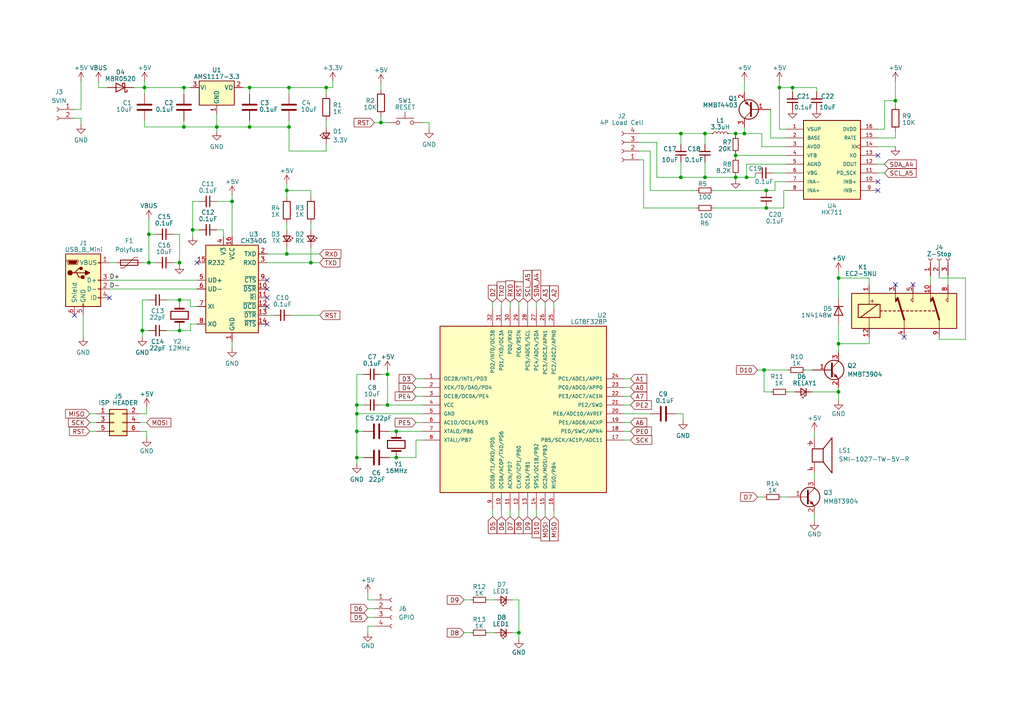
<source format=kicad_sch>
(kicad_sch (version 20211123) (generator eeschema)
  (paper "A4")
  (lib_symbols
    (symbol "Connector:Conn_01x02_Female" (pin_names (offset 1.016) hide)
      (property "Reference" "J" (at 0 2.54 0))
      (property "Value" "Conn_01x02_Female" (at 0 -5.08 0))
      (symbol "Conn_01x02_Female_1_1"
        (pin passive line (at -5.08 0 0) (length 3.81) (name "Pin_1") (number "1"))
        (pin passive line (at -5.08 -2.54 0) (length 3.81) (name "Pin_2") (number "2"))
      )
    )
    (symbol "Connector:Conn_01x03_Female" (pin_names (offset 1.016) hide)
      (property "Reference" "J" (at 0 5.08 0))
      (property "Value" "Conn_01x03_Female" (at 0 -5.08 0))
      (symbol "Conn_01x03_Female_1_1"
        (pin passive line (at -5.08 2.54 0) (length 3.81) (name "Pin_1") (number "1"))
        (pin passive line (at -5.08 0 0) (length 3.81) (name "Pin_2") (number "2"))
        (pin passive line (at -5.08 -2.54 0) (length 3.81) (name "Pin_3") (number "3"))
      )
    )
    (symbol "Connector:Conn_01x04_Female" (pin_names (offset 1.016) hide)
      (property "Reference" "J" (at 0 5.08 0))
      (property "Value" "Conn_01x04_Female" (at 0 -7.62 0))
      (symbol "Conn_01x04_Female_1_1"
        (pin passive line (at -5.08 2.54 0) (length 3.81) (name "Pin_1") (number "1"))
        (pin passive line (at -5.08 0 0) (length 3.81) (name "Pin_2") (number "2"))
        (pin passive line (at -5.08 -2.54 0) (length 3.81) (name "Pin_3") (number "3"))
        (pin passive line (at -5.08 -5.08 0) (length 3.81) (name "Pin_4") (number "4"))
      )
    )
    (symbol "Connector:USB_B_Mini" (pin_names (offset 1.016))
      (property "Reference" "J" (at -5.08 11.43 0))
      (property "Value" "USB_B_Mini" (at -5.08 8.89 0))
      (symbol "USB_B_Mini_1_1"
        (pin power_out line (at 7.62 5.08 180) (length 2.54) (name "VBUS") (number "1"))
        (pin bidirectional line (at 7.62 -2.54 180) (length 2.54) (name "D-") (number "2"))
        (pin bidirectional line (at 7.62 0 180) (length 2.54) (name "D+") (number "3"))
        (pin passive line (at 7.62 -5.08 180) (length 2.54) (name "ID") (number "4"))
        (pin power_out line (at 0 -10.16 90) (length 2.54) (name "GND") (number "5"))
        (pin passive line (at -2.54 -10.16 90) (length 2.54) (name "Shield") (number "6"))
      )
    )
    (symbol "Connector_Generic:Conn_02x03_Odd_Even" (pin_names (offset 1.016) hide)
      (property "Reference" "J" (at 1.27 5.08 0))
      (property "Value" "Conn_02x03_Odd_Even" (at 1.27 -5.08 0))
      (symbol "Conn_02x03_Odd_Even_1_1"
        (pin passive line (at -5.08 2.54 0) (length 3.81) (name "Pin_1") (number "1"))
        (pin passive line (at 7.62 2.54 180) (length 3.81) (name "Pin_2") (number "2"))
        (pin passive line (at -5.08 0 0) (length 3.81) (name "Pin_3") (number "3"))
        (pin passive line (at 7.62 0 180) (length 3.81) (name "Pin_4") (number "4"))
        (pin passive line (at -5.08 -2.54 0) (length 3.81) (name "Pin_5") (number "5"))
        (pin passive line (at 7.62 -2.54 180) (length 3.81) (name "Pin_6") (number "6"))
      )
    )
    (symbol "Device:C" (pin_numbers hide) (pin_names (offset 0.254))
      (property "Reference" "C" (at 0.635 2.54 0))
      (property "Value" "C" (at 0.635 -2.54 0))
      (symbol "C_1_1"
        (pin passive line (at 0 3.81 270) (length 2.794) (name "~") (number "1"))
        (pin passive line (at 0 -3.81 90) (length 2.794) (name "~") (number "2"))
      )
    )
    (symbol "Device:C_Small" (pin_numbers hide) (pin_names (offset 0.254) hide)
      (property "Reference" "C" (at 0.254 1.778 0))
      (property "Value" "C_Small" (at 0.254 -2.032 0))
      (symbol "C_Small_1_1"
        (pin passive line (at 0 2.54 270) (length 2.032) (name "~") (number "1"))
        (pin passive line (at 0 -2.54 90) (length 2.032) (name "~") (number "2"))
      )
    )
    (symbol "Device:Crystal" (pin_numbers hide) (pin_names (offset 1.016) hide)
      (property "Reference" "Y" (at 0 3.81 0))
      (property "Value" "Crystal" (at 0 -3.81 0))
      (symbol "Crystal_1_1"
        (pin passive line (at -3.81 0 0) (length 1.27) (name "1") (number "1"))
        (pin passive line (at 3.81 0 180) (length 1.27) (name "2") (number "2"))
      )
    )
    (symbol "Device:LED_Small" (pin_numbers hide) (pin_names (offset 0.254) hide)
      (property "Reference" "D" (at -1.27 3.175 0))
      (property "Value" "LED_Small" (at -4.445 -2.54 0))
      (symbol "LED_Small_1_1"
        (pin passive line (at -2.54 0 0) (length 1.778) (name "K") (number "1"))
        (pin passive line (at 2.54 0 180) (length 1.778) (name "A") (number "2"))
      )
    )
    (symbol "Device:L_Small" (pin_numbers hide) (pin_names (offset 0.254) hide)
      (property "Reference" "L" (at 0.762 1.016 0))
      (property "Value" "L_Small" (at 0.762 -1.016 0))
      (symbol "L_Small_1_1"
        (pin passive line (at 0 2.54 270) (length 0.508) (name "~") (number "1"))
        (pin passive line (at 0 -2.54 90) (length 0.508) (name "~") (number "2"))
      )
    )
    (symbol "Device:Polyfuse" (pin_numbers hide) (pin_names (offset 0))
      (property "Reference" "F" (at -2.54 0 90))
      (property "Value" "Polyfuse" (at 2.54 0 90))
      (symbol "Polyfuse_1_1"
        (pin passive line (at 0 3.81 270) (length 1.27) (name "~") (number "1"))
        (pin passive line (at 0 -3.81 90) (length 1.27) (name "~") (number "2"))
      )
    )
    (symbol "Device:R" (pin_numbers hide) (pin_names (offset 0))
      (property "Reference" "R" (at 2.032 0 90))
      (property "Value" "R" (at 0 0 90))
      (symbol "R_1_1"
        (pin passive line (at 0 3.81 270) (length 1.27) (name "~") (number "1"))
        (pin passive line (at 0 -3.81 90) (length 1.27) (name "~") (number "2"))
      )
    )
    (symbol "Device:R_Small" (pin_numbers hide) (pin_names (offset 0.254) hide)
      (property "Reference" "R" (at 0.762 0.508 0))
      (property "Value" "R_Small" (at 0.762 -1.016 0))
      (symbol "R_Small_1_1"
        (pin passive line (at 0 2.54 270) (length 0.762) (name "~") (number "1"))
        (pin passive line (at 0 -2.54 90) (length 0.762) (name "~") (number "2"))
      )
    )
    (symbol "Diode:1N4148W" (pin_numbers hide) (pin_names hide)
      (property "Reference" "D" (at 0 2.54 0))
      (property "Value" "1N4148W" (at 0 -2.54 0))
      (symbol "1N4148W_1_1"
        (pin passive line (at -3.81 0 0) (length 2.54) (name "K") (number "1"))
        (pin passive line (at 3.81 0 180) (length 2.54) (name "A") (number "2"))
      )
    )
    (symbol "Diode:MBR0520" (pin_numbers hide) (pin_names (offset 1.016) hide)
      (property "Reference" "D" (at 0 2.54 0))
      (property "Value" "MBR0520" (at 0 -2.54 0))
      (symbol "MBR0520_1_1"
        (pin passive line (at -3.81 0 0) (length 2.54) (name "K") (number "1"))
        (pin passive line (at 3.81 0 180) (length 2.54) (name "A") (number "2"))
      )
    )
    (symbol "HX711:HX711" (pin_names (offset 1.016))
      (property "Reference" "U?" (at 8.255 26.035 0))
      (property "Value" "HX711" (at 8.255 24.13 0))
      (symbol "HX711_0_0"
        (pin power_in line (at -5.08 20.32 0) (length 5.08) (name "VSUP") (number "1"))
        (pin input line (at 21.59 5.08 180) (length 5.08) (name "INB+") (number "10"))
        (pin input line (at 21.59 7.62 180) (length 5.08) (name "PD_SCK") (number "11"))
        (pin output line (at 21.59 10.16 180) (length 5.08) (name "DOUT") (number "12"))
        (pin output line (at 21.59 12.7 180) (length 5.08) (name "XO") (number "13"))
        (pin input clock (at 21.59 15.24 180) (length 5.08) (name "XI") (number "14"))
        (pin input line (at 21.59 17.78 180) (length 5.08) (name "RATE") (number "15"))
        (pin power_in line (at 21.59 20.32 180) (length 5.08) (name "DVDD") (number "16"))
        (pin output line (at -5.08 17.78 0) (length 5.08) (name "BASE") (number "2"))
        (pin power_in line (at -5.08 15.24 0) (length 5.08) (name "AVDD") (number "3"))
        (pin input line (at -5.08 12.7 0) (length 5.08) (name "VFB") (number "4"))
        (pin power_in line (at -5.08 10.16 0) (length 5.08) (name "AGND") (number "5"))
        (pin output line (at -5.08 7.62 0) (length 5.08) (name "VBG") (number "6"))
        (pin input line (at -5.08 5.08 0) (length 5.08) (name "INA-") (number "7"))
        (pin input line (at -5.08 2.54 0) (length 5.08) (name "INA+") (number "8"))
        (pin input line (at 21.59 2.54 180) (length 5.08) (name "INB-") (number "9"))
      )
    )
    (symbol "Interface_USB:CH340G"
      (property "Reference" "U" (at -5.08 13.97 0))
      (property "Value" "CH340G" (at 1.27 13.97 0))
      (symbol "CH340G_1_1"
        (pin power_in line (at 0 -15.24 90) (length 2.54) (name "GND") (number "1"))
        (pin input line (at 10.16 0 180) (length 2.54) (name "~{DSR}") (number "10"))
        (pin input line (at 10.16 -2.54 180) (length 2.54) (name "~{RI}") (number "11"))
        (pin input line (at 10.16 -5.08 180) (length 2.54) (name "~{DCD}") (number "12"))
        (pin output line (at 10.16 -7.62 180) (length 2.54) (name "~{DTR}") (number "13"))
        (pin output line (at 10.16 -10.16 180) (length 2.54) (name "~{RTS}") (number "14"))
        (pin input line (at -10.16 7.62 0) (length 2.54) (name "R232") (number "15"))
        (pin power_in line (at 0 15.24 270) (length 2.54) (name "VCC") (number "16"))
        (pin output line (at 10.16 10.16 180) (length 2.54) (name "TXD") (number "2"))
        (pin input line (at 10.16 7.62 180) (length 2.54) (name "RXD") (number "3"))
        (pin passive line (at -2.54 15.24 270) (length 2.54) (name "V3") (number "4"))
        (pin bidirectional line (at -10.16 2.54 0) (length 2.54) (name "UD+") (number "5"))
        (pin bidirectional line (at -10.16 0 0) (length 2.54) (name "UD-") (number "6"))
        (pin input line (at -10.16 -5.08 0) (length 2.54) (name "XI") (number "7"))
        (pin output line (at -10.16 -10.16 0) (length 2.54) (name "XO") (number "8"))
        (pin input line (at 10.16 2.54 180) (length 2.54) (name "~{CTS}") (number "9"))
      )
    )
    (symbol "LGT8F328P:LGT8F328P" (pin_names (offset 1.016))
      (property "Reference" "U?" (at 54.61 39.3194 0))
      (property "Value" "LGT8F328P" (at 54.61 36.7794 0))
      (symbol "LGT8F328P_0_0"
        (pin bidirectional line (at -5.08 33.02 0) (length 5.08) (name "OC2B/INT1/PD3") (number "1"))
        (pin bidirectional line (at 17.78 -5.08 90) (length 5.08) (name "OC0A/AC0P/TXD/PD6") (number "10"))
        (pin bidirectional line (at 20.32 -5.08 90) (length 5.08) (name "ACXN/PD7") (number "11"))
        (pin bidirectional line (at 22.86 -5.08 90) (length 5.08) (name "CLKO/ICP1/PB0") (number "12"))
        (pin bidirectional line (at 25.4 -5.08 90) (length 5.08) (name "OC1A/PB1") (number "13"))
        (pin bidirectional line (at 27.94 -5.08 90) (length 5.08) (name "SPSS/OC1B/PB2") (number "14"))
        (pin bidirectional line (at 30.48 -5.08 90) (length 5.08) (name "OC2A/MOSI/PB3") (number "15"))
        (pin bidirectional line (at 33.02 -5.08 90) (length 5.08) (name "MISO/PB4") (number "16"))
        (pin bidirectional line (at 53.34 15.24 180) (length 5.08) (name "PB5/SCK/AC1P/ADC11") (number "17"))
        (pin bidirectional line (at 53.34 17.78 180) (length 5.08) (name "PE0/SWC/APN4") (number "18"))
        (pin bidirectional line (at 53.34 20.32 180) (length 5.08) (name "PE1/ADC6/ACXP") (number "19"))
        (pin bidirectional line (at -5.08 30.48 0) (length 5.08) (name "XCK/T0/DAO/PD4") (number "2"))
        (pin bidirectional line (at 53.34 22.86 180) (length 5.08) (name "PE6/ADC10/AVREF") (number "20"))
        (pin bidirectional line (at 53.34 25.4 180) (length 5.08) (name "PE2/SWD") (number "21"))
        (pin bidirectional line (at 53.34 27.94 180) (length 5.08) (name "PE3/ADC7/AC1N") (number "22"))
        (pin bidirectional line (at 53.34 30.48 180) (length 5.08) (name "PC0/ADC0/APP0") (number "23"))
        (pin bidirectional line (at 53.34 33.02 180) (length 5.08) (name "PC1/ADC1/APP1") (number "24"))
        (pin bidirectional line (at 33.02 53.34 270) (length 5.08) (name "PC2/ADC2/APN0") (number "25"))
        (pin bidirectional line (at 30.48 53.34 270) (length 5.08) (name "PC3/ADC3/APN1") (number "26"))
        (pin bidirectional line (at 27.94 53.34 270) (length 5.08) (name "PC4/ADC4/SDA") (number "27"))
        (pin bidirectional line (at 25.4 53.34 270) (length 5.08) (name "PC5/ADC5/SCL") (number "28"))
        (pin bidirectional line (at 22.86 53.34 270) (length 5.08) (name "PC6/RSTN") (number "29"))
        (pin bidirectional line (at -5.08 27.94 0) (length 5.08) (name "OC1B/OC0A/PE4") (number "3"))
        (pin bidirectional line (at 20.32 53.34 270) (length 5.08) (name "PD0/RXD") (number "30"))
        (pin bidirectional line (at 17.78 53.34 270) (length 5.08) (name "PD1/TXD/OC3A") (number "31"))
        (pin bidirectional line (at 15.24 53.34 270) (length 5.08) (name "PD2/INT0/OC3B") (number "32"))
        (pin power_in line (at -5.08 25.4 0) (length 5.08) (name "VCC") (number "4"))
        (pin power_in line (at -5.08 22.86 0) (length 5.08) (name "GND") (number "5"))
        (pin bidirectional line (at -5.08 20.32 0) (length 5.08) (name "AC1O/OC1A/PE5") (number "6"))
        (pin bidirectional line (at -5.08 17.78 0) (length 5.08) (name "XTALO/PB6") (number "7"))
        (pin bidirectional line (at -5.08 15.24 0) (length 5.08) (name "XTALI/PB7") (number "8"))
        (pin bidirectional line (at 15.24 -5.08 90) (length 5.08) (name "OC0B/T1/RXD/PD5") (number "9"))
      )
    )
    (symbol "Regulator_Linear:AMS1117-3.3" (pin_names (offset 0.254))
      (property "Reference" "U" (at -3.81 3.175 0))
      (property "Value" "AMS1117-3.3" (at 0 3.175 0))
      (symbol "AMS1117-3.3_1_1"
        (pin power_in line (at 0 -7.62 90) (length 2.54) (name "GND") (number "1"))
        (pin power_out line (at 7.62 0 180) (length 2.54) (name "VO") (number "2"))
        (pin power_in line (at -7.62 0 0) (length 2.54) (name "VI") (number "3"))
      )
    )
    (symbol "Relay:EC2-5NU"
      (property "Reference" "K" (at 15.24 8.89 0))
      (property "Value" "EC2-5NU" (at 19.05 6.35 0))
      (symbol "EC2-5NU_1_1"
        (text "+" (at -9.271 2.921 0) (effects (font (size 1.27 1.27))))
        (pin passive line (at -10.16 7.62 270) (length 2.54) (name "~") (number "1"))
        (pin passive line (at 7.62 7.62 270) (length 2.54) (name "~") (number "10"))
        (pin passive line (at -10.16 -7.62 90) (length 2.54) (name "~") (number "12"))
        (pin passive line (at -2.54 7.62 270) (length 2.54) (name "~") (number "3"))
        (pin passive line (at 0 -7.62 90) (length 2.54) (name "~") (number "4"))
        (pin passive line (at 2.54 7.62 270) (length 2.54) (name "~") (number "5"))
        (pin passive line (at 12.7 7.62 270) (length 2.54) (name "~") (number "8"))
        (pin passive line (at 10.16 -7.62 90) (length 2.54) (name "~") (number "9"))
      )
    )
    (symbol "SMI-1027-TW-5V-R:SMI-1027-TW-5V-R" (pin_names (offset 1.016))
      (property "Reference" "LS" (at -1.27 6.35 0))
      (property "Value" "SMI-1027-TW-5V-R" (at -1.27 -8.255 0))
      (symbol "SMI-1027-TW-5V-R_0_0"
        (text "+" (at -5.08 2.54 0) (effects (font (size 1.778 1.778)) (justify left bottom)))
        (text "-" (at -5.08 -5.08 0) (effects (font (size 1.778 1.778)) (justify left bottom)))
        (pin passive line (at -2.54 -5.08 90) (length 2.54) (name "~") (number "N"))
        (pin passive line (at -2.54 5.08 270) (length 2.54) (name "~") (number "P"))
      )
    )
    (symbol "Switch:SW_Push" (pin_numbers hide) (pin_names (offset 1.016) hide)
      (property "Reference" "SW" (at 1.27 2.54 0))
      (property "Value" "SW_Push" (at 0 -1.524 0))
      (symbol "SW_Push_0_1"
        (pin passive line (at -5.08 0 0) (length 2.54) (name "1") (number "1"))
        (pin passive line (at 5.08 0 180) (length 2.54) (name "2") (number "2"))
      )
    )
    (symbol "Transistor_BJT:MMBT3904" (pin_names (offset 0) hide)
      (property "Reference" "Q" (at 5.08 1.905 0))
      (property "Value" "MMBT3904" (at 5.08 0 0))
      (symbol "MMBT3904_1_1"
        (pin input line (at -5.08 0 0) (length 5.715) (name "B") (number "1"))
        (pin passive line (at 2.54 -5.08 90) (length 2.54) (name "E") (number "2"))
        (pin passive line (at 2.54 5.08 270) (length 2.54) (name "C") (number "3"))
      )
    )
    (symbol "Transistor_BJT:MMBT3906" (pin_names (offset 0) hide)
      (property "Reference" "Q" (at 5.08 1.905 0))
      (property "Value" "MMBT3906" (at 5.08 0 0))
      (symbol "MMBT3906_1_1"
        (pin input line (at -5.08 0 0) (length 5.715) (name "B") (number "1"))
        (pin passive line (at 2.54 -5.08 90) (length 2.54) (name "E") (number "2"))
        (pin passive line (at 2.54 5.08 270) (length 2.54) (name "C") (number "3"))
      )
    )
    (symbol "power:+3.3V" (power) (pin_names (offset 0))
      (property "Value" "+3.3V" (at 0 3.556 0))
      (symbol "+3.3V_1_1"
        (pin power_in line (at 0 0 90) (length 0) hide (name "+3.3V") (number "1"))
      )
    )
    (symbol "power:+5V" (power) (pin_names (offset 0))
      (property "Value" "+5V" (at 0 3.556 0))
      (symbol "+5V_1_1"
        (pin power_in line (at 0 0 90) (length 0) hide (name "+5V") (number "1"))
      )
    )
    (symbol "power:GND" (power) (pin_names (offset 0))
      (property "Value" "GND" (at 0 -3.81 0))
      (symbol "GND_1_1"
        (pin power_in line (at 0 0 270) (length 0) hide (name "GND") (number "1"))
      )
    )
    (symbol "power:VBUS" (power) (pin_names (offset 0))
      (property "Value" "VBUS" (at 0 3.81 0))
      (symbol "VBUS_1_1"
        (pin power_in line (at 0 0 90) (length 0) hide (name "VBUS") (number "1"))
      )
    )
  )
  (junction (at 52.07 86.995))
  (junction (at 112.395 117.475))
  (junction (at 41.275 95.885))
  (junction (at 53.34 36.83))
  (junction (at 150.495 183.515))
  (junction (at 103.505 120.015))
  (junction (at 197.485 38.735))
  (junction (at 72.39 36.83))
  (junction (at 229.87 25.4))
  (junction (at 52.07 95.885))
  (junction (at 243.205 113.665))
  (junction (at 83.185 55.245))
  (junction (at 197.485 51.435))
  (junction (at 62.865 36.83))
  (junction (at 204.47 51.435))
  (junction (at 55.88 66.675))
  (junction (at 72.39 25.4))
  (junction (at 53.34 25.4))
  (junction (at 221.615 107.315))
  (junction (at 83.82 25.4))
  (junction (at 67.31 58.42))
  (junction (at 243.205 80.645))
  (junction (at 83.185 73.66))
  (junction (at 94.615 25.4))
  (junction (at 103.505 125.095))
  (junction (at 112.395 108.585))
  (junction (at 226.06 25.4))
  (junction (at 43.18 76.2))
  (junction (at 213.36 38.735))
  (junction (at 213.36 45.085))
  (junction (at 215.9 38.735))
  (junction (at 114.935 125.095))
  (junction (at 222.25 55.245))
  (junction (at 103.505 117.475))
  (junction (at 83.82 36.83))
  (junction (at 110.49 35.56))
  (junction (at 90.17 76.2))
  (junction (at 213.36 51.435))
  (junction (at 243.205 99.695))
  (junction (at 216.535 51.435))
  (junction (at 114.935 132.715))
  (junction (at 41.91 25.4))
  (junction (at 43.18 67.945))
  (junction (at 204.47 38.735))
  (junction (at 222.25 60.325))
  (junction (at 52.07 76.2))
  (junction (at 259.715 29.21))
  (junction (at 103.505 132.715))
  (no_connect (at 262.255 97.79))
  (no_connect (at 259.715 82.55))
  (no_connect (at 264.795 82.55))
  (no_connect (at 254.635 55.245))
  (no_connect (at 254.635 52.705))
  (no_connect (at 31.75 86.36))
  (no_connect (at 21.59 91.44))
  (no_connect (at 57.15 76.2))
  (no_connect (at 254.635 45.085))
  (no_connect (at 77.47 81.28))
  (no_connect (at 77.47 86.36))
  (no_connect (at 77.47 83.82))
  (no_connect (at 77.47 88.9))
  (no_connect (at 77.47 93.98))
  (wire (pts (xy 204.47 51.435) (xy 213.36 51.435)))
  (wire (pts (xy 45.085 67.945) (xy 43.18 67.945)))
  (wire (pts (xy 227.33 55.245) (xy 227.33 60.325)))
  (wire (pts (xy 259.715 38.1) (xy 259.715 40.005)))
  (wire (pts (xy 43.18 63.5) (xy 43.18 67.945)))
  (wire (pts (xy 55.245 86.995) (xy 52.07 86.995)))
  (wire (pts (xy 72.39 34.925) (xy 72.39 36.83)))
  (wire (pts (xy 72.39 36.83) (xy 62.865 36.83)))
  (wire (pts (xy 186.69 46.355) (xy 186.69 60.325)))
  (wire (pts (xy 274.955 80.01) (xy 274.955 82.55)))
  (wire (pts (xy 24.13 91.44) (xy 24.13 97.79)))
  (wire (pts (xy 55.245 88.9) (xy 55.245 86.995)))
  (wire (pts (xy 52.07 95.25) (xy 52.07 95.885)))
  (wire (pts (xy 180.975 125.095) (xy 182.88 125.095)))
  (wire (pts (xy 180.975 114.935) (xy 182.88 114.935)))
  (wire (pts (xy 254.635 50.165) (xy 256.54 50.165)))
  (wire (pts (xy 221.615 107.315) (xy 221.615 113.665)))
  (wire (pts (xy 243.205 112.395) (xy 243.205 113.665)))
  (wire (pts (xy 120.65 114.935) (xy 122.555 114.935)))
  (wire (pts (xy 77.47 73.66) (xy 83.185 73.66)))
  (wire (pts (xy 55.88 66.675) (xy 55.88 68.58)))
  (wire (pts (xy 145.415 147.955) (xy 145.415 149.86)))
  (wire (pts (xy 26.035 122.555) (xy 27.94 122.555)))
  (wire (pts (xy 124.46 35.56) (xy 124.46 37.465)))
  (wire (pts (xy 229.87 25.4) (xy 226.06 25.4)))
  (wire (pts (xy 243.205 99.695) (xy 243.205 102.235)))
  (wire (pts (xy 204.47 38.735) (xy 206.375 38.735)))
  (wire (pts (xy 160.655 87.63) (xy 160.655 89.535)))
  (wire (pts (xy 185.42 41.275) (xy 190.5 41.275)))
  (wire (pts (xy 223.52 113.665) (xy 221.615 113.665)))
  (wire (pts (xy 103.505 117.475) (xy 103.505 120.015)))
  (wire (pts (xy 215.9 36.83) (xy 215.9 38.735)))
  (wire (pts (xy 226.06 23.495) (xy 226.06 25.4)))
  (wire (pts (xy 229.87 26.67) (xy 229.87 25.4)))
  (wire (pts (xy 106.68 181.61) (xy 108.585 181.61)))
  (wire (pts (xy 243.205 78.74) (xy 243.205 80.645)))
  (wire (pts (xy 43.18 86.995) (xy 41.275 86.995)))
  (wire (pts (xy 180.975 127.635) (xy 182.88 127.635)))
  (wire (pts (xy 57.15 88.9) (xy 55.245 88.9)))
  (wire (pts (xy 236.855 26.67) (xy 236.855 25.4)))
  (wire (pts (xy 120.65 112.395) (xy 122.555 112.395)))
  (wire (pts (xy 64.77 66.675) (xy 64.77 68.58)))
  (wire (pts (xy 62.865 36.83) (xy 53.34 36.83)))
  (wire (pts (xy 23.495 23.495) (xy 23.495 31.75)))
  (wire (pts (xy 83.185 64.77) (xy 83.185 66.675)))
  (wire (pts (xy 147.955 147.955) (xy 147.955 149.86)))
  (wire (pts (xy 57.785 58.42) (xy 55.88 58.42)))
  (wire (pts (xy 227.33 60.325) (xy 222.25 60.325)))
  (wire (pts (xy 28.575 23.495) (xy 28.575 25.4)))
  (wire (pts (xy 220.98 42.545) (xy 220.98 38.735)))
  (wire (pts (xy 158.115 147.955) (xy 158.115 149.86)))
  (wire (pts (xy 141.605 173.99) (xy 143.51 173.99)))
  (wire (pts (xy 147.955 87.63) (xy 147.955 89.535)))
  (wire (pts (xy 52.07 86.995) (xy 52.07 87.63)))
  (wire (pts (xy 211.455 38.735) (xy 213.36 38.735)))
  (wire (pts (xy 90.17 55.245) (xy 83.185 55.245)))
  (wire (pts (xy 106.68 179.07) (xy 108.585 179.07)))
  (wire (pts (xy 114.935 125.095) (xy 122.555 125.095)))
  (wire (pts (xy 216.535 47.625) (xy 216.535 51.435)))
  (wire (pts (xy 227.965 42.545) (xy 220.98 42.545)))
  (wire (pts (xy 236.22 137.16) (xy 236.22 139.065)))
  (wire (pts (xy 236.22 149.225) (xy 236.22 151.13)))
  (wire (pts (xy 243.205 80.645) (xy 252.095 80.645)))
  (wire (pts (xy 120.65 132.715) (xy 114.935 132.715)))
  (wire (pts (xy 41.91 23.495) (xy 41.91 25.4)))
  (wire (pts (xy 150.495 147.955) (xy 150.495 149.86)))
  (wire (pts (xy 42.545 118.11) (xy 42.545 120.015)))
  (wire (pts (xy 180.975 117.475) (xy 182.88 117.475)))
  (wire (pts (xy 110.49 24.13) (xy 110.49 26.035)))
  (wire (pts (xy 113.03 125.095) (xy 114.935 125.095)))
  (wire (pts (xy 41.91 34.925) (xy 41.91 36.83)))
  (wire (pts (xy 243.205 86.36) (xy 243.205 80.645)))
  (wire (pts (xy 103.505 120.015) (xy 103.505 125.095)))
  (wire (pts (xy 94.615 41.91) (xy 94.615 43.815)))
  (wire (pts (xy 256.54 29.21) (xy 259.715 29.21)))
  (wire (pts (xy 106.68 172.085) (xy 106.68 173.99)))
  (wire (pts (xy 112.395 107.315) (xy 112.395 108.585)))
  (wire (pts (xy 41.91 27.305) (xy 41.91 25.4)))
  (wire (pts (xy 83.82 27.305) (xy 83.82 25.4)))
  (wire (pts (xy 122.555 127.635) (xy 120.65 127.635)))
  (wire (pts (xy 96.52 23.495) (xy 96.52 25.4)))
  (wire (pts (xy 83.185 71.755) (xy 83.185 73.66)))
  (wire (pts (xy 40.64 125.095) (xy 42.545 125.095)))
  (wire (pts (xy 31.75 76.2) (xy 33.655 76.2)))
  (wire (pts (xy 41.275 86.995) (xy 41.275 95.885)))
  (wire (pts (xy 106.68 183.515) (xy 106.68 181.61)))
  (wire (pts (xy 42.545 127) (xy 42.545 125.095)))
  (wire (pts (xy 67.31 99.06) (xy 67.31 100.965)))
  (wire (pts (xy 190.5 41.275) (xy 190.5 51.435)))
  (wire (pts (xy 197.485 38.735) (xy 197.485 41.91)))
  (wire (pts (xy 92.71 91.44) (xy 84.455 91.44)))
  (wire (pts (xy 185.42 43.815) (xy 188.595 43.815)))
  (wire (pts (xy 105.41 117.475) (xy 103.505 117.475)))
  (wire (pts (xy 180.975 122.555) (xy 182.88 122.555)))
  (wire (pts (xy 83.82 43.815) (xy 83.82 36.83)))
  (wire (pts (xy 52.07 86.995) (xy 48.26 86.995)))
  (wire (pts (xy 103.505 117.475) (xy 103.505 108.585)))
  (wire (pts (xy 180.975 112.395) (xy 182.88 112.395)))
  (wire (pts (xy 110.49 35.56) (xy 112.395 35.56)))
  (wire (pts (xy 90.17 57.15) (xy 90.17 55.245)))
  (wire (pts (xy 224.79 52.705) (xy 224.79 55.245)))
  (wire (pts (xy 190.5 51.435) (xy 197.485 51.435)))
  (wire (pts (xy 236.855 25.4) (xy 229.87 25.4)))
  (wire (pts (xy 224.79 55.245) (xy 222.25 55.245)))
  (wire (pts (xy 148.59 173.99) (xy 150.495 173.99)))
  (wire (pts (xy 40.64 122.555) (xy 42.545 122.555)))
  (wire (pts (xy 92.71 76.2) (xy 90.17 76.2)))
  (wire (pts (xy 108.585 35.56) (xy 110.49 35.56)))
  (wire (pts (xy 67.31 56.515) (xy 67.31 58.42)))
  (wire (pts (xy 148.59 183.515) (xy 150.495 183.515)))
  (wire (pts (xy 207.01 60.325) (xy 222.25 60.325)))
  (wire (pts (xy 67.31 68.58) (xy 67.31 58.42)))
  (wire (pts (xy 219.71 144.145) (xy 221.615 144.145)))
  (wire (pts (xy 103.505 108.585) (xy 105.41 108.585)))
  (wire (pts (xy 155.575 87.63) (xy 155.575 89.535)))
  (wire (pts (xy 38.735 25.4) (xy 41.91 25.4)))
  (wire (pts (xy 204.47 46.99) (xy 204.47 51.435)))
  (wire (pts (xy 216.535 51.435) (xy 219.075 51.435)))
  (wire (pts (xy 122.555 35.56) (xy 124.46 35.56)))
  (wire (pts (xy 233.68 107.315) (xy 235.585 107.315)))
  (wire (pts (xy 94.615 43.815) (xy 83.82 43.815)))
  (wire (pts (xy 106.68 176.53) (xy 108.585 176.53)))
  (wire (pts (xy 53.34 25.4) (xy 55.245 25.4)))
  (wire (pts (xy 52.07 76.2) (xy 50.165 76.2)))
  (wire (pts (xy 90.17 64.77) (xy 90.17 66.675)))
  (wire (pts (xy 197.485 38.735) (xy 204.47 38.735)))
  (wire (pts (xy 280.035 80.645) (xy 280.035 98.425)))
  (wire (pts (xy 215.9 38.735) (xy 220.98 38.735)))
  (wire (pts (xy 227.965 37.465) (xy 226.06 37.465)))
  (wire (pts (xy 94.615 25.4) (xy 83.82 25.4)))
  (wire (pts (xy 153.035 87.63) (xy 153.035 89.535)))
  (wire (pts (xy 70.485 25.4) (xy 72.39 25.4)))
  (wire (pts (xy 213.36 50.8) (xy 213.36 51.435)))
  (wire (pts (xy 226.06 25.4) (xy 226.06 37.465)))
  (wire (pts (xy 188.595 43.815) (xy 188.595 55.245)))
  (wire (pts (xy 185.42 38.735) (xy 197.485 38.735)))
  (wire (pts (xy 272.415 98.425) (xy 280.035 98.425)))
  (wire (pts (xy 94.615 27.305) (xy 94.615 25.4)))
  (wire (pts (xy 28.575 25.4) (xy 31.115 25.4)))
  (wire (pts (xy 40.64 120.015) (xy 42.545 120.015)))
  (wire (pts (xy 83.185 55.245) (xy 83.185 57.15)))
  (wire (pts (xy 52.07 67.945) (xy 52.07 76.2)))
  (wire (pts (xy 31.75 81.28) (xy 57.15 81.28)))
  (wire (pts (xy 53.34 27.305) (xy 53.34 25.4)))
  (wire (pts (xy 134.62 173.99) (xy 136.525 173.99)))
  (wire (pts (xy 180.975 120.015) (xy 188.595 120.015)))
  (wire (pts (xy 254.635 37.465) (xy 256.54 37.465)))
  (wire (pts (xy 90.17 71.755) (xy 90.17 76.2)))
  (wire (pts (xy 219.71 107.315) (xy 221.615 107.315)))
  (wire (pts (xy 155.575 147.955) (xy 155.575 149.86)))
  (wire (pts (xy 57.785 66.675) (xy 55.88 66.675)))
  (wire (pts (xy 83.185 53.34) (xy 83.185 55.245)))
  (wire (pts (xy 67.31 58.42) (xy 62.865 58.42)))
  (wire (pts (xy 223.52 40.005) (xy 227.965 40.005)))
  (wire (pts (xy 259.715 29.21) (xy 259.715 30.48)))
  (wire (pts (xy 43.18 76.2) (xy 45.085 76.2)))
  (wire (pts (xy 243.205 113.665) (xy 243.205 116.205)))
  (wire (pts (xy 158.115 87.63) (xy 158.115 89.535)))
  (wire (pts (xy 94.615 34.925) (xy 94.615 36.83)))
  (wire (pts (xy 41.91 25.4) (xy 53.34 25.4)))
  (wire (pts (xy 185.42 46.355) (xy 186.69 46.355)))
  (wire (pts (xy 112.395 117.475) (xy 122.555 117.475)))
  (wire (pts (xy 198.12 120.015) (xy 198.12 121.92)))
  (wire (pts (xy 180.975 109.855) (xy 182.88 109.855)))
  (wire (pts (xy 43.18 67.945) (xy 43.18 76.2)))
  (wire (pts (xy 52.07 76.2) (xy 52.07 76.835)))
  (wire (pts (xy 150.495 173.99) (xy 150.495 183.515)))
  (wire (pts (xy 259.715 23.495) (xy 259.715 29.21)))
  (wire (pts (xy 213.36 51.435) (xy 213.36 52.07)))
  (wire (pts (xy 55.245 93.98) (xy 55.245 95.885)))
  (wire (pts (xy 141.605 183.515) (xy 143.51 183.515)))
  (wire (pts (xy 252.095 80.645) (xy 252.095 82.55)))
  (wire (pts (xy 213.36 44.45) (xy 213.36 45.085)))
  (wire (pts (xy 186.69 60.325) (xy 201.93 60.325)))
  (wire (pts (xy 256.54 29.21) (xy 256.54 37.465)))
  (wire (pts (xy 196.215 120.015) (xy 198.12 120.015)))
  (wire (pts (xy 53.34 36.83) (xy 53.34 34.925)))
  (wire (pts (xy 150.495 87.63) (xy 150.495 89.535)))
  (wire (pts (xy 145.415 87.63) (xy 145.415 89.535)))
  (wire (pts (xy 106.68 173.99) (xy 108.585 173.99)))
  (wire (pts (xy 26.035 120.015) (xy 27.94 120.015)))
  (wire (pts (xy 110.49 33.655) (xy 110.49 35.56)))
  (wire (pts (xy 213.36 45.085) (xy 213.36 45.72)))
  (wire (pts (xy 226.695 144.145) (xy 228.6 144.145)))
  (wire (pts (xy 90.17 76.2) (xy 77.47 76.2)))
  (wire (pts (xy 215.9 23.495) (xy 215.9 26.67)))
  (wire (pts (xy 272.415 80.01) (xy 272.415 80.645)))
  (wire (pts (xy 55.88 58.42) (xy 55.88 66.675)))
  (wire (pts (xy 57.15 93.98) (xy 55.245 93.98)))
  (wire (pts (xy 207.01 55.245) (xy 222.25 55.245)))
  (wire (pts (xy 41.275 76.2) (xy 43.18 76.2)))
  (wire (pts (xy 72.39 25.4) (xy 72.39 27.305)))
  (wire (pts (xy 79.375 91.44) (xy 77.47 91.44)))
  (wire (pts (xy 254.635 42.545) (xy 259.715 42.545)))
  (wire (pts (xy 120.65 122.555) (xy 122.555 122.555)))
  (wire (pts (xy 110.49 108.585) (xy 112.395 108.585)))
  (wire (pts (xy 134.62 183.515) (xy 136.525 183.515)))
  (wire (pts (xy 112.395 108.585) (xy 112.395 117.475)))
  (wire (pts (xy 252.095 97.79) (xy 252.095 99.695)))
  (wire (pts (xy 153.035 147.955) (xy 153.035 149.86)))
  (wire (pts (xy 96.52 25.4) (xy 94.615 25.4)))
  (wire (pts (xy 219.075 50.165) (xy 219.075 51.435)))
  (wire (pts (xy 23.495 34.29) (xy 23.495 36.195)))
  (wire (pts (xy 224.79 52.705) (xy 227.965 52.705)))
  (wire (pts (xy 83.82 34.925) (xy 83.82 36.83)))
  (wire (pts (xy 272.415 97.79) (xy 272.415 98.425)))
  (wire (pts (xy 21.59 34.29) (xy 23.495 34.29)))
  (wire (pts (xy 227.965 47.625) (xy 216.535 47.625)))
  (wire (pts (xy 236.22 125.095) (xy 236.22 127)))
  (wire (pts (xy 204.47 38.735) (xy 204.47 41.91)))
  (wire (pts (xy 50.165 67.945) (xy 52.07 67.945)))
  (wire (pts (xy 83.82 36.83) (xy 72.39 36.83)))
  (wire (pts (xy 122.555 120.015) (xy 103.505 120.015)))
  (wire (pts (xy 92.71 73.66) (xy 83.185 73.66)))
  (wire (pts (xy 160.655 147.955) (xy 160.655 149.86)))
  (wire (pts (xy 52.07 95.885) (xy 48.26 95.885)))
  (wire (pts (xy 142.875 87.63) (xy 142.875 89.535)))
  (wire (pts (xy 269.875 80.01) (xy 269.875 82.55)))
  (wire (pts (xy 197.485 46.99) (xy 197.485 51.435)))
  (wire (pts (xy 26.035 125.095) (xy 27.94 125.095)))
  (wire (pts (xy 216.535 51.435) (xy 213.36 51.435)))
  (wire (pts (xy 83.82 25.4) (xy 72.39 25.4)))
  (wire (pts (xy 224.155 50.165) (xy 227.965 50.165)))
  (wire (pts (xy 41.275 95.885) (xy 43.18 95.885)))
  (wire (pts (xy 223.52 31.75) (xy 223.52 40.005)))
  (wire (pts (xy 150.495 183.515) (xy 150.495 185.42)))
  (wire (pts (xy 142.875 147.955) (xy 142.875 149.86)))
  (wire (pts (xy 113.03 132.715) (xy 114.935 132.715)))
  (wire (pts (xy 120.65 127.635) (xy 120.65 132.715)))
  (wire (pts (xy 103.505 132.715) (xy 105.41 132.715)))
  (wire (pts (xy 252.095 99.695) (xy 243.205 99.695)))
  (wire (pts (xy 105.41 125.095) (xy 103.505 125.095)))
  (wire (pts (xy 62.865 36.83) (xy 62.865 38.1)))
  (wire (pts (xy 62.865 66.675) (xy 64.77 66.675)))
  (wire (pts (xy 41.91 36.83) (xy 53.34 36.83)))
  (wire (pts (xy 41.275 95.885) (xy 41.275 97.79)))
  (wire (pts (xy 103.505 132.715) (xy 103.505 134.62)))
  (wire (pts (xy 23.495 31.75) (xy 21.59 31.75)))
  (wire (pts (xy 235.585 113.665) (xy 243.205 113.665)))
  (wire (pts (xy 197.485 51.435) (xy 204.47 51.435)))
  (wire (pts (xy 62.865 33.02) (xy 62.865 36.83)))
  (wire (pts (xy 254.635 47.625) (xy 256.54 47.625)))
  (wire (pts (xy 227.965 55.245) (xy 227.33 55.245)))
  (wire (pts (xy 221.615 107.315) (xy 228.6 107.315)))
  (wire (pts (xy 243.205 93.98) (xy 243.205 99.695)))
  (wire (pts (xy 188.595 55.245) (xy 201.93 55.245)))
  (wire (pts (xy 120.65 109.855) (xy 122.555 109.855)))
  (wire (pts (xy 103.505 125.095) (xy 103.505 132.715)))
  (wire (pts (xy 272.415 80.645) (xy 280.035 80.645)))
  (wire (pts (xy 213.36 45.085) (xy 227.965 45.085)))
  (wire (pts (xy 213.36 38.735) (xy 213.36 39.37)))
  (wire (pts (xy 110.49 117.475) (xy 112.395 117.475)))
  (wire (pts (xy 55.245 95.885) (xy 52.07 95.885)))
  (wire (pts (xy 31.75 83.82) (xy 57.15 83.82)))
  (wire (pts (xy 228.6 113.665) (xy 230.505 113.665)))
  (wire (pts (xy 254.635 40.005) (xy 259.715 40.005)))
  (wire (pts (xy 213.36 38.735) (xy 215.9 38.735)))
  (label "D-" (at 31.75 83.82 0))
  (label "D+" (at 31.75 81.28 0))
  (global_label "D10" (shape input) (at 219.71 107.315 180) (property "Intersheet References" "${INTERSHEET_REFS}" (effects hide)))
  (global_label "RST" (shape input) (at 26.035 125.095 180) (property "Intersheet References" "${INTERSHEET_REFS}" (effects hide)))
  (global_label "PE4" (shape input) (at 120.65 114.935 180) (property "Intersheet References" "${INTERSHEET_REFS}" (effects hide)))
  (global_label "D6" (shape input) (at 106.68 176.53 180) (property "Intersheet References" "${INTERSHEET_REFS}" (effects hide)))
  (global_label "TXD" (shape input) (at 92.71 76.2 0) (property "Intersheet References" "${INTERSHEET_REFS}" (effects hide)))
  (global_label "D7" (shape input) (at 219.71 144.145 180) (property "Intersheet References" "${INTERSHEET_REFS}" (effects hide)))
  (global_label "A3" (shape input) (at 158.115 87.63 90) (property "Intersheet References" "${INTERSHEET_REFS}" (effects hide)))
  (global_label "SCL_A5" (shape input) (at 153.035 87.63 90) (property "Intersheet References" "${INTERSHEET_REFS}" (effects hide)))
  (global_label "D9" (shape input) (at 134.62 173.99 180) (property "Intersheet References" "${INTERSHEET_REFS}" (effects hide)))
  (global_label "SDA_A4" (shape input) (at 256.54 47.625 0) (property "Intersheet References" "${INTERSHEET_REFS}" (effects hide)))
  (global_label "RST" (shape input) (at 92.71 91.44 0) (property "Intersheet References" "${INTERSHEET_REFS}" (effects hide)))
  (global_label "D4" (shape input) (at 120.65 112.395 180) (property "Intersheet References" "${INTERSHEET_REFS}" (effects hide)))
  (global_label "D5" (shape input) (at 142.875 149.86 270) (property "Intersheet References" "${INTERSHEET_REFS}" (effects hide)))
  (global_label "RXD" (shape input) (at 92.71 73.66 0) (property "Intersheet References" "${INTERSHEET_REFS}" (effects hide)))
  (global_label "TXD" (shape input) (at 145.415 87.63 90) (property "Intersheet References" "${INTERSHEET_REFS}" (effects hide)))
  (global_label "PE0" (shape input) (at 182.88 125.095 0) (property "Intersheet References" "${INTERSHEET_REFS}" (effects hide)))
  (global_label "PE5" (shape input) (at 120.65 122.555 180) (property "Intersheet References" "${INTERSHEET_REFS}" (effects hide)))
  (global_label "SCL_A5" (shape input) (at 256.54 50.165 0) (property "Intersheet References" "${INTERSHEET_REFS}" (effects hide)))
  (global_label "SDA_A4" (shape input) (at 155.575 87.63 90) (property "Intersheet References" "${INTERSHEET_REFS}" (effects hide)))
  (global_label "D6" (shape input) (at 145.415 149.86 270) (property "Intersheet References" "${INTERSHEET_REFS}" (effects hide)))
  (global_label "SCK" (shape input) (at 182.88 127.635 0) (property "Intersheet References" "${INTERSHEET_REFS}" (effects hide)))
  (global_label "D2" (shape input) (at 142.875 87.63 90) (property "Intersheet References" "${INTERSHEET_REFS}" (effects hide)))
  (global_label "MISO" (shape input) (at 26.035 120.015 180) (property "Intersheet References" "${INTERSHEET_REFS}" (effects hide)))
  (global_label "A2" (shape input) (at 160.655 87.63 90) (property "Intersheet References" "${INTERSHEET_REFS}" (effects hide)))
  (global_label "D10" (shape input) (at 155.575 149.86 270) (property "Intersheet References" "${INTERSHEET_REFS}" (effects hide)))
  (global_label "RST" (shape input) (at 150.495 87.63 90) (property "Intersheet References" "${INTERSHEET_REFS}" (effects hide)))
  (global_label "MOSI" (shape input) (at 42.545 122.555 0) (property "Intersheet References" "${INTERSHEET_REFS}" (effects hide)))
  (global_label "A0" (shape input) (at 182.88 112.395 0) (property "Intersheet References" "${INTERSHEET_REFS}" (effects hide)))
  (global_label "RST" (shape input) (at 108.585 35.56 180) (property "Intersheet References" "${INTERSHEET_REFS}" (effects hide)))
  (global_label "PE2" (shape input) (at 182.88 117.475 0) (property "Intersheet References" "${INTERSHEET_REFS}" (effects hide)))
  (global_label "D8" (shape input) (at 150.495 149.86 270) (property "Intersheet References" "${INTERSHEET_REFS}" (effects hide)))
  (global_label "MISO" (shape input) (at 160.655 149.86 270) (property "Intersheet References" "${INTERSHEET_REFS}" (effects hide)))
  (global_label "D9" (shape input) (at 153.035 149.86 270) (property "Intersheet References" "${INTERSHEET_REFS}" (effects hide)))
  (global_label "A1" (shape input) (at 182.88 109.855 0) (property "Intersheet References" "${INTERSHEET_REFS}" (effects hide)))
  (global_label "SCK" (shape input) (at 26.035 122.555 180) (property "Intersheet References" "${INTERSHEET_REFS}" (effects hide)))
  (global_label "RXD" (shape input) (at 147.955 87.63 90) (property "Intersheet References" "${INTERSHEET_REFS}" (effects hide)))
  (global_label "MOSI" (shape input) (at 158.115 149.86 270) (property "Intersheet References" "${INTERSHEET_REFS}" (effects hide)))
  (global_label "D5" (shape input) (at 106.68 179.07 180) (property "Intersheet References" "${INTERSHEET_REFS}" (effects hide)))
  (global_label "D8" (shape input) (at 134.62 183.515 180) (property "Intersheet References" "${INTERSHEET_REFS}" (effects hide)))
  (global_label "A6" (shape input) (at 182.88 122.555 0) (property "Intersheet References" "${INTERSHEET_REFS}" (effects hide)))
  (global_label "A7" (shape input) (at 182.88 114.935 0) (property "Intersheet References" "${INTERSHEET_REFS}" (effects hide)))
  (global_label "D3" (shape input) (at 120.65 109.855 180) (property "Intersheet References" "${INTERSHEET_REFS}" (effects hide)))
  (global_label "D7" (shape input) (at 147.955 149.86 270) (property "Intersheet References" "${INTERSHEET_REFS}" (effects hide)))
  (symbol (lib_id "power:GND") (at 243.205 116.205 0) (unit 1)
    (property "Reference" "#PWR0128" (effects hide))
    (property "Value" "GND" (at 243.205 120.015 0))
  )
  (symbol (lib_id "Diode:1N4148W") (at 243.205 90.17 270) (unit 1)
    (property "Reference" "D5" (at 240.03 89.535 90))
    (property "Value" "1N4148W" (at 236.855 91.44 90))
    (property "Footprint" "Diode_SMD:D_SOD-123" (effects hide))
    (property "Datasheet" "https://www.vishay.com/docs/85748/1n4148w.pdf" (effects hide))
  )
  (symbol (lib_id "power:+5V") (at 243.205 78.74 0) (unit 1)
    (property "Reference" "#PWR0127" (effects hide))
    (property "Value" "+5V" (at 243.205 74.93 0))
  )
  (symbol (lib_id "Device:C") (at 83.82 31.115 0) (mirror y) (unit 1)
    (property "Reference" "C4" (at 90.17 29.845 0) (effects (justify left)))
    (property "Value" "10uF" (at 92.075 31.75 0) (effects (justify left)))
    (property "Footprint" "Capacitor_SMD:C_0603_1608Metric_Pad1.08x0.95mm_HandSolder" (effects hide))
  )
  (symbol (lib_id "SMI-1027-TW-5V-R:SMI-1027-TW-5V-R") (at 238.76 132.08 0) (unit 1)
    (property "Reference" "LS1" (at 243.205 130.6486 0) (effects (justify left)))
    (property "Value" "SMI-1027-TW-5V-R" (at 243.205 133.1886 0) (effects (justify left)))
    (property "Footprint" "SMI-1027-TW-5V-R:PUI_SMI-1027-TW-5V-R" (effects hide))
    (property "MF" "PUI Audio," (effects hide))
    (property "MAXIMUM_PACKAGE_HEIGHT" "5.3 mm" (effects hide))
    (property "Package" "None" (effects hide))
    (property "Price" "None" (effects hide))
    (property "Check_prices" "https://www.snapeda.com/parts/SMI-1027-TW-5V-R/PUI+Audio%252C+Inc./view-part/?ref=eda" (effects hide))
    (property "STANDARD" "Manufacturer Recommendations" (effects hide))
    (property "PARTREV" "11/11/2014" (effects hide))
    (property "SnapEDA_Link" "https://www.snapeda.com/parts/SMI-1027-TW-5V-R/PUI+Audio%252C+Inc./view-part/?ref=snap" (effects hide))
    (property "MP" "SMI-1027-TW-5V-R" (effects hide))
    (property "Purchase-URL" "https://www.snapeda.com/api/url_track_click_mouser/?unipart_id=2781627&manufacturer=PUI Audio,&part_name=SMI-1027-TW-5V-R&search_term=smi-1027-tw-5v-r" (effects hide))
    (property "Description" "\nINDICATOR 5VDC 80DB 2700HZ\n" (effects hide))
    (property "Availability" "In Stock" (effects hide))
    (property "MANUFACTURER" "Pui Audio" (effects hide))
  )
  (symbol (lib_id "Device:C") (at 72.39 31.115 0) (mirror y) (unit 1)
    (property "Reference" "C3" (at 78.105 29.845 0) (effects (justify left)))
    (property "Value" "0.1uF" (at 80.645 31.75 0) (effects (justify left)))
    (property "Footprint" "Capacitor_SMD:C_0603_1608Metric_Pad1.08x0.95mm_HandSolder" (effects hide))
  )
  (symbol (lib_id "power:+5V") (at 41.91 23.495 0) (unit 1)
    (property "Reference" "#PWR0102" (effects hide))
    (property "Value" "+5V" (at 41.91 19.685 0))
  )
  (symbol (lib_id "Device:R_Small") (at 204.47 60.325 90) (unit 1)
    (property "Reference" "R6" (at 205.74 64.77 90) (effects (justify left)))
    (property "Value" "100" (at 206.6925 62.5475 90) (effects (justify left)))
    (property "Footprint" "Resistor_SMD:R_0603_1608Metric_Pad0.98x0.95mm_HandSolder" (effects hide))
  )
  (symbol (lib_id "Connector:Conn_01x03_Female") (at 272.415 74.93 90) (unit 1)
    (property "Reference" "J4" (at 272.415 71.755 90))
    (property "Value" "Z-Stop" (at 272.415 73.66 90))
    (property "Footprint" "Connector_JST:JST_PH_B3B-PH-K_1x03_P2.00mm_Vertical" (effects hide))
  )
  (symbol (lib_id "power:GND") (at 124.46 37.465 0) (unit 1)
    (property "Reference" "#PWR0105" (effects hide))
    (property "Value" "GND" (at 124.46 41.91 0))
  )
  (symbol (lib_id "Device:C_Small") (at 81.915 91.44 270) (mirror x) (unit 1)
    (property "Reference" "C10" (at 81.915 86.36 90))
    (property "Value" "0.1uF" (at 81.915 88.265 90))
    (property "Footprint" "Capacitor_SMD:C_0603_1608Metric_Pad1.08x0.95mm_HandSolder" (effects hide))
  )
  (symbol (lib_id "power:+5V") (at 259.715 23.495 0) (unit 1)
    (property "Reference" "#PWR0119" (effects hide))
    (property "Value" "+5V" (at 259.715 19.685 0))
  )
  (symbol (lib_id "Device:LED_Small") (at 94.615 39.37 90) (unit 1)
    (property "Reference" "D1" (at 96.52 38.1 90) (effects (justify right)))
    (property "Value" "3.3V" (at 96.52 40.64 90) (effects (justify right)))
    (property "Footprint" "LED_SMD:LED_0805_2012Metric_Pad1.15x1.40mm_HandSolder" (effects hide))
  )
  (symbol (lib_id "Device:R_Small") (at 224.155 144.145 90) (unit 1)
    (property "Reference" "R14" (at 226.06 140.335 90) (effects (justify left)))
    (property "Value" "1K" (at 225.425 142.24 90) (effects (justify left)))
    (property "Footprint" "Resistor_SMD:R_0603_1608Metric_Pad0.98x0.95mm_HandSolder" (effects hide))
  )
  (symbol (lib_id "Device:Crystal") (at 114.935 128.905 270) (unit 1)
    (property "Reference" "Y1" (at 114.3 134.62 90) (effects (justify left)))
    (property "Value" "16MHz" (at 111.76 136.525 90) (effects (justify left)))
    (property "Footprint" "Crystal:Crystal_SMD_HC49-SD" (effects hide))
  )
  (symbol (lib_id "Device:R_Small") (at 213.36 41.91 0) (unit 1)
    (property "Reference" "R7" (at 209.55 41.275 0) (effects (justify left)))
    (property "Value" "20K" (at 208.28 43.18 0) (effects (justify left)))
    (property "Footprint" "Resistor_SMD:R_0603_1608Metric_Pad0.98x0.95mm_HandSolder" (effects hide))
  )
  (symbol (lib_id "Switch:SW_Push") (at 117.475 35.56 0) (unit 1)
    (property "Reference" "SW1" (at 117.475 29.21 0))
    (property "Value" "RESET" (at 117.475 31.115 0))
    (property "Footprint" "Button_Switch_SMD:SW_SPST_CK_RS282G05A3" (effects hide))
  )
  (symbol (lib_id "Device:C") (at 192.405 120.015 90) (mirror x) (unit 1)
    (property "Reference" "C9" (at 193.675 114.3 90) (effects (justify left)))
    (property "Value" "0.1uF" (at 195.58 116.205 90) (effects (justify left)))
    (property "Footprint" "Capacitor_SMD:C_0603_1608Metric_Pad1.08x0.95mm_HandSolder" (effects hide))
  )
  (symbol (lib_id "Interface_USB:CH340G") (at 67.31 83.82 0) (unit 1)
    (property "Reference" "U3" (at 74.93 67.945 0) (effects (justify right)))
    (property "Value" "CH340G" (at 77.47 69.85 0) (effects (justify right)))
    (property "Footprint" "Package_SO:SOIC-16_3.9x9.9mm_P1.27mm" (effects hide))
    (property "Datasheet" "http://www.datasheet5.com/pdf-local-2195953" (effects hide))
  )
  (symbol (lib_id "Device:L_Small") (at 208.915 38.735 90) (unit 1)
    (property "Reference" "L1" (at 208.915 34.925 90))
    (property "Value" "3.3uH" (at 208.915 36.83 90))
    (property "Footprint" "Inductor_SMD:L_0603_1608Metric_Pad1.05x0.95mm_HandSolder" (effects hide))
  )
  (symbol (lib_id "power:+5V") (at 23.495 23.495 0) (unit 1)
    (property "Reference" "#PWR0125" (effects hide))
    (property "Value" "+5V" (at 23.495 19.685 0))
  )
  (symbol (lib_id "Diode:MBR0520") (at 34.925 25.4 180) (unit 1)
    (property "Reference" "D4" (at 34.925 20.955 0))
    (property "Value" "MBR0520" (at 34.925 22.86 0))
    (property "Footprint" "Diode_SMD:D_SOD-123" (effects hide))
    (property "Datasheet" "http://www.mccsemi.com/up_pdf/MBR0520~MBR0580(SOD123).pdf" (effects hide))
  )
  (symbol (lib_id "LGT8F328P:LGT8F328P") (at 127.635 142.875 0) (unit 1)
    (property "Reference" "U2" (at 174.625 91.44 0))
    (property "Value" "LGT8F328P" (at 170.815 93.345 0))
    (property "Footprint" "Package_QFP:TQFP-32_7x7mm_P0.8mm" (effects hide))
  )
  (symbol (lib_id "Relay:EC2-5NU") (at 262.255 90.17 0) (unit 1)
    (property "Reference" "K1" (at 248.92 77.47 0) (effects (justify left)))
    (property "Value" "EC2-5NU" (at 245.11 79.375 0) (effects (justify left)))
    (property "Footprint" "Relay_THT:Relay_DPDT_Kemet_EC2" (effects hide))
    (property "Datasheet" "https://content.kemet.com/datasheets/KEM_R7002_EC2_EE2.pdf" (effects hide))
  )
  (symbol (lib_id "Device:C_Small") (at 47.625 67.945 270) (mirror x) (unit 1)
    (property "Reference" "C15" (at 47.625 62.865 90))
    (property "Value" "0.1uF" (at 47.625 64.77 90))
    (property "Footprint" "Capacitor_SMD:C_0603_1608Metric_Pad1.08x0.95mm_HandSolder" (effects hide))
  )
  (symbol (lib_id "power:+5V") (at 110.49 24.13 0) (unit 1)
    (property "Reference" "#PWR0104" (effects hide))
    (property "Value" "+5V" (at 110.49 20.32 0))
  )
  (symbol (lib_id "Device:LED_Small") (at 233.045 113.665 180) (unit 1)
    (property "Reference" "D6" (at 231.14 109.22 0) (effects (justify right)))
    (property "Value" "RELAY1" (at 229.87 111.125 0) (effects (justify right)))
    (property "Footprint" "LED_SMD:LED_0805_2012Metric_Pad1.15x1.40mm_HandSolder" (effects hide))
  )
  (symbol (lib_id "power:+5V") (at 67.31 56.515 0) (mirror y) (unit 1)
    (property "Reference" "#PWR0116" (effects hide))
    (property "Value" "+5V" (at 67.31 52.705 0))
  )
  (symbol (lib_id "power:GND") (at 41.275 97.79 0) (mirror y) (unit 1)
    (property "Reference" "#PWR0108" (effects hide))
    (property "Value" "GND" (at 41.275 102.235 0))
  )
  (symbol (lib_id "Connector:Conn_01x04_Female") (at 113.665 176.53 0) (unit 1)
    (property "Reference" "J6" (at 115.57 176.5299 0) (effects (justify left)))
    (property "Value" "GPIO" (at 115.57 179.0699 0) (effects (justify left)))
    (property "Footprint" "Connector_JST:JST_PH_B4B-PH-K_1x04_P2.00mm_Vertical" (effects hide))
  )
  (symbol (lib_id "Device:R_Small") (at 231.14 107.315 90) (unit 1)
    (property "Reference" "R10" (at 233.045 103.505 90) (effects (justify left)))
    (property "Value" "1K" (at 232.41 105.41 90) (effects (justify left)))
    (property "Footprint" "Resistor_SMD:R_0603_1608Metric_Pad0.98x0.95mm_HandSolder" (effects hide))
  )
  (symbol (lib_id "power:GND") (at 106.68 183.515 0) (unit 1)
    (property "Reference" "#PWR0135" (effects hide))
    (property "Value" "GND" (at 106.68 187.325 0))
  )
  (symbol (lib_id "power:+5V") (at 236.22 125.095 0) (unit 1)
    (property "Reference" "#PWR0131" (effects hide))
    (property "Value" "+5V" (at 236.22 121.285 0))
  )
  (symbol (lib_id "Regulator_Linear:AMS1117-3.3") (at 62.865 25.4 0) (unit 1)
    (property "Reference" "U1" (at 62.865 20.32 0))
    (property "Value" "AMS1117-3.3" (at 62.865 22.225 0))
    (property "Footprint" "Package_TO_SOT_SMD:SOT-223-3_TabPin2" (effects hide))
    (property "Datasheet" "http://www.advanced-monolithic.com/pdf/ds1117.pdf" (effects hide))
  )
  (symbol (lib_id "Transistor_BJT:MMBT3904") (at 233.68 144.145 0) (unit 1)
    (property "Reference" "Q3" (at 238.76 142.8749 0) (effects (justify left)))
    (property "Value" "MMBT3904" (at 238.76 145.4149 0) (effects (justify left)))
    (property "Footprint" "Package_TO_SOT_SMD:SOT-23" (effects hide))
    (property "Datasheet" "https://www.onsemi.com/pub/Collateral/2N3903-D.PDF" (effects hide))
  )
  (symbol (lib_id "Device:C_Small") (at 222.25 57.785 180) (unit 1)
    (property "Reference" "C20" (at 224.79 62.23 0))
    (property "Value" "0.1uF" (at 224.79 64.135 0))
    (property "Footprint" "Capacitor_SMD:C_0603_1608Metric_Pad1.08x0.95mm_HandSolder" (effects hide))
  )
  (symbol (lib_id "Device:LED_Small") (at 146.05 173.99 180) (unit 1)
    (property "Reference" "D7" (at 144.145 169.545 0) (effects (justify right)))
    (property "Value" "LED1" (at 142.875 171.45 0) (effects (justify right)))
    (property "Footprint" "LED_SMD:LED_0805_2012Metric_Pad1.15x1.40mm_HandSolder" (effects hide))
  )
  (symbol (lib_id "Device:R_Small") (at 139.065 173.99 90) (unit 1)
    (property "Reference" "R12" (at 140.97 170.18 90) (effects (justify left)))
    (property "Value" "1K" (at 140.335 172.085 90) (effects (justify left)))
    (property "Footprint" "Resistor_SMD:R_0603_1608Metric_Pad0.98x0.95mm_HandSolder" (effects hide))
  )
  (symbol (lib_id "Connector:Conn_01x02_Female") (at 16.51 31.75 0) (mirror y) (unit 1)
    (property "Reference" "J3" (at 17.145 26.67 0))
    (property "Value" "5VIN" (at 17.145 29.21 0))
    (property "Footprint" "Connector_JST:JST_PH_B2B-PH-K_1x02_P2.00mm_Vertical" (effects hide))
  )
  (symbol (lib_id "Device:C_Small") (at 221.615 50.165 90) (unit 1)
    (property "Reference" "C19" (at 219.075 48.895 90))
    (property "Value" "0.1uF" (at 221.615 52.705 90))
    (property "Footprint" "Capacitor_SMD:C_0603_1608Metric_Pad1.08x0.95mm_HandSolder" (effects hide))
  )
  (symbol (lib_id "power:GND") (at 55.88 68.58 0) (mirror y) (unit 1)
    (property "Reference" "#PWR0112" (effects hide))
    (property "Value" "GND" (effects hide))
  )
  (symbol (lib_id "Device:C_Small") (at 47.625 76.2 270) (mirror x) (unit 1)
    (property "Reference" "C16" (at 47.625 71.12 90))
    (property "Value" "10uF" (at 47.625 73.025 90))
    (property "Footprint" "Capacitor_SMD:C_0603_1608Metric_Pad1.08x0.95mm_HandSolder" (effects hide))
  )
  (symbol (lib_id "Device:LED_Small") (at 83.185 69.215 270) (mirror x) (unit 1)
    (property "Reference" "D3" (at 81.28 67.945 90) (effects (justify right)))
    (property "Value" "TX" (at 81.28 69.85 90) (effects (justify right)))
    (property "Footprint" "LED_SMD:LED_0805_2012Metric_Pad1.15x1.40mm_HandSolder" (effects hide))
  )
  (symbol (lib_id "power:GND") (at 23.495 36.195 0) (unit 1)
    (property "Reference" "#PWR0126" (effects hide))
    (property "Value" "GND" (at 23.495 40.64 0))
  )
  (symbol (lib_id "power:GND") (at 259.715 42.545 0) (unit 1)
    (property "Reference" "#PWR0118" (effects hide))
    (property "Value" "GND" (effects hide))
  )
  (symbol (lib_id "power:GND") (at 103.505 134.62 0) (unit 1)
    (property "Reference" "#PWR0107" (effects hide))
    (property "Value" "GND" (at 103.505 139.065 0))
  )
  (symbol (lib_id "power:GND") (at 24.13 97.79 0) (mirror y) (unit 1)
    (property "Reference" "#PWR0109" (effects hide))
    (property "Value" "GND" (at 24.13 102.235 0))
  )
  (symbol (lib_id "power:VBUS") (at 43.18 63.5 0) (mirror y) (unit 1)
    (property "Reference" "#PWR0111" (effects hide))
    (property "Value" "VBUS" (at 43.18 59.69 0))
  )
  (symbol (lib_id "Device:R_Small") (at 213.36 48.26 0) (unit 1)
    (property "Reference" "R8" (at 209.55 47.625 0) (effects (justify left)))
    (property "Value" "8.2K" (at 207.645 49.53 0) (effects (justify left)))
    (property "Footprint" "Resistor_SMD:R_0603_1608Metric_Pad0.98x0.95mm_HandSolder" (effects hide))
  )
  (symbol (lib_id "power:GND") (at 52.07 76.835 0) (mirror y) (unit 1)
    (property "Reference" "#PWR0113" (effects hide))
    (property "Value" "GND" (effects hide))
  )
  (symbol (lib_id "HX711:HX711") (at 233.045 57.785 0) (unit 1)
    (property "Reference" "U4" (at 241.3 59.69 0))
    (property "Value" "HX711" (at 241.3 61.595 0))
    (property "Footprint" "HX711:SOP127P600X180-16N" (effects hide))
    (property "MF" "AVIA SEMICONDUCTOR" (effects hide))
    (property "MAXIMUM_PACKAGE_HEIGHT" "1.8 mm" (effects hide))
    (property "Package" "None" (effects hide))
    (property "Price" "None" (effects hide))
    (property "Check_prices" "https://www.snapeda.com/parts/HX711/AVIA+SEMICONDUCTOR/view-part/?ref=eda" (effects hide))
    (property "STANDARD" "IPC-7351B" (effects hide))
    (property "PARTREV" "V2.0" (effects hide))
    (property "SnapEDA_Link" "https://www.snapeda.com/parts/HX711/AVIA+SEMICONDUCTOR/view-part/?ref=snap" (effects hide))
    (property "MP" "HX711" (effects hide))
    (property "Description" "\nPrecision 24-bit analog-to-digital converter (ADC) designed for weigh scales and industrial control applications to interface directly with a bridge sensor.\n" (effects hide))
    (property "SNAPEDA_PN" "HX711" (effects hide))
    (property "Availability" "Not in stock" (effects hide))
    (property "MANUFACTURER" "Avia Semiconductor" (effects hide))
  )
  (symbol (lib_id "Device:R") (at 90.17 60.96 0) (mirror y) (unit 1)
    (property "Reference" "R3" (at 88.265 60.325 0) (effects (justify left)))
    (property "Value" "1K" (at 88.265 62.2299 0) (effects (justify left)))
    (property "Footprint" "Resistor_SMD:R_0603_1608Metric_Pad0.98x0.95mm_HandSolder" (effects hide))
  )
  (symbol (lib_id "Device:C_Small") (at 236.855 29.21 0) (mirror x) (unit 1)
    (property "Reference" "C22" (at 240.03 27.94 0))
    (property "Value" "10uF" (at 240.03 31.115 0))
    (property "Footprint" "Capacitor_SMD:C_0603_1608Metric_Pad1.08x0.95mm_HandSolder" (effects hide))
  )
  (symbol (lib_id "power:GND") (at 229.87 31.75 0) (unit 1)
    (property "Reference" "#PWR0120" (effects hide))
    (property "Value" "GND" (effects hide))
  )
  (symbol (lib_id "power:GND") (at 236.855 31.75 0) (unit 1)
    (property "Reference" "#PWR0121" (effects hide))
    (property "Value" "GND" (effects hide))
  )
  (symbol (lib_id "Connector:Conn_01x04_Female") (at 180.34 43.815 180) (unit 1)
    (property "Reference" "J2" (at 180.34 33.655 0))
    (property "Value" "4P Load Cell" (at 180.34 35.56 0))
    (property "Footprint" "Connector_JST:JST_PH_B4B-PH-K_1x04_P2.00mm_Vertical" (effects hide))
  )
  (symbol (lib_id "power:GND") (at 67.31 100.965 0) (mirror y) (unit 1)
    (property "Reference" "#PWR0110" (effects hide))
    (property "Value" "GND" (at 67.31 105.41 0))
  )
  (symbol (lib_id "Device:R_Small") (at 139.065 183.515 90) (unit 1)
    (property "Reference" "R13" (at 140.97 179.705 90) (effects (justify left)))
    (property "Value" "1K" (at 140.335 181.61 90) (effects (justify left)))
    (property "Footprint" "Resistor_SMD:R_0603_1608Metric_Pad0.98x0.95mm_HandSolder" (effects hide))
  )
  (symbol (lib_id "Device:C_Small") (at 229.87 29.21 0) (mirror x) (unit 1)
    (property "Reference" "C21" (at 233.045 27.94 0))
    (property "Value" "0.1uF" (at 233.045 31.115 0))
    (property "Footprint" "Capacitor_SMD:C_0603_1608Metric_Pad1.08x0.95mm_HandSolder" (effects hide))
  )
  (symbol (lib_id "power:+5V") (at 226.06 23.495 0) (unit 1)
    (property "Reference" "#PWR0124" (effects hide))
    (property "Value" "+5V" (at 226.06 19.685 0))
  )
  (symbol (lib_id "power:+5V") (at 42.545 118.11 0) (unit 1)
    (property "Reference" "#PWR0129" (effects hide))
    (property "Value" "+5V" (at 42.545 114.3 0))
  )
  (symbol (lib_id "Device:C_Small") (at 107.95 108.585 90) (unit 1)
    (property "Reference" "C7" (at 107.95 103.505 90))
    (property "Value" "0.1uF" (at 107.95 105.41 90))
    (property "Footprint" "Capacitor_SMD:C_0603_1608Metric_Pad1.08x0.95mm_HandSolder" (effects hide))
  )
  (symbol (lib_id "power:+5V") (at 112.395 107.315 0) (unit 1)
    (property "Reference" "#PWR0106" (effects hide))
    (property "Value" "+5V" (at 112.395 103.505 0))
  )
  (symbol (lib_id "power:GND") (at 62.865 38.1 0) (unit 1)
    (property "Reference" "#PWR0101" (effects hide))
    (property "Value" "GND" (at 62.865 42.545 0))
  )
  (symbol (lib_id "Connector_Generic:Conn_02x03_Odd_Even") (at 33.02 122.555 0) (unit 1)
    (property "Reference" "J5" (at 34.29 114.935 0))
    (property "Value" "ISP HEADER" (at 34.29 116.84 0))
    (property "Footprint" "Connector_PinHeader_2.54mm:PinHeader_2x03_P2.54mm_Vertical" (effects hide))
  )
  (symbol (lib_id "Device:C_Small") (at 60.325 58.42 270) (mirror x) (unit 1)
    (property "Reference" "C11" (at 60.325 53.34 90))
    (property "Value" "0.1uF" (at 60.325 55.245 90))
    (property "Footprint" "Capacitor_SMD:C_0603_1608Metric_Pad1.08x0.95mm_HandSolder" (effects hide))
  )
  (symbol (lib_id "Connector:USB_B_Mini") (at 24.13 81.28 0) (unit 1)
    (property "Reference" "J1" (at 25.4 70.485 0) (effects (justify right)))
    (property "Value" "USB_B_Mini" (at 29.845 72.39 0) (effects (justify right)))
    (property "Footprint" "Connector_USB:USB_Mini-B_Tensility_54-00023_Vertical" (effects hide))
  )
  (symbol (lib_id "Device:R") (at 94.615 31.115 0) (unit 1)
    (property "Reference" "R1" (at 96.52 30.48 0) (effects (justify left)))
    (property "Value" "1K" (at 96.52 32.3849 0) (effects (justify left)))
    (property "Footprint" "Resistor_SMD:R_0603_1608Metric_Pad0.98x0.95mm_HandSolder" (effects hide))
  )
  (symbol (lib_id "power:+3.3V") (at 96.52 23.495 0) (unit 1)
    (property "Reference" "#PWR0103" (effects hide))
    (property "Value" "+3.3V" (at 96.52 19.685 0))
  )
  (symbol (lib_id "Device:C") (at 109.22 125.095 90) (mirror x) (unit 1)
    (property "Reference" "C5" (at 108.585 121.285 90) (effects (justify left)))
    (property "Value" "22pF" (at 113.665 121.285 90) (effects (justify left)))
    (property "Footprint" "Capacitor_SMD:C_0603_1608Metric_Pad1.08x0.95mm_HandSolder" (effects hide))
  )
  (symbol (lib_id "Device:C_Small") (at 204.47 44.45 180) (unit 1)
    (property "Reference" "C18" (at 201.295 43.18 0))
    (property "Value" "0.1uF" (at 201.295 46.355 0))
    (property "Footprint" "Capacitor_SMD:C_0603_1608Metric_Pad1.08x0.95mm_HandSolder" (effects hide))
  )
  (symbol (lib_id "power:+5V") (at 83.185 53.34 0) (mirror y) (unit 1)
    (property "Reference" "#PWR0115" (effects hide))
    (property "Value" "+5V" (at 83.185 49.53 0))
  )
  (symbol (lib_id "Transistor_BJT:MMBT3906") (at 218.44 31.75 180) (unit 1)
    (property "Reference" "Q1" (at 213.995 28.575 0) (effects (justify left)))
    (property "Value" "MMBT4403" (at 213.995 30.48 0) (effects (justify left)))
    (property "Footprint" "Package_TO_SOT_SMD:SOT-23" (effects hide))
    (property "Datasheet" "https://www.onsemi.com/pub/Collateral/2N3906-D.PDF" (effects hide))
  )
  (symbol (lib_id "Device:C") (at 109.22 132.715 90) (mirror x) (unit 1)
    (property "Reference" "C6" (at 110.49 137.16 90) (effects (justify left)))
    (property "Value" "22pF" (at 111.76 139.065 90) (effects (justify left)))
    (property "Footprint" "Capacitor_SMD:C_0603_1608Metric_Pad1.08x0.95mm_HandSolder" (effects hide))
  )
  (symbol (lib_id "Device:R_Small") (at 226.06 113.665 90) (unit 1)
    (property "Reference" "R11" (at 227.33 109.22 90) (effects (justify left)))
    (property "Value" "1K" (at 227.33 111.125 90) (effects (justify left)))
    (property "Footprint" "Resistor_SMD:R_0603_1608Metric_Pad0.98x0.95mm_HandSolder" (effects hide))
  )
  (symbol (lib_id "Device:C") (at 41.91 31.115 0) (unit 1)
    (property "Reference" "C1" (at 35.56 29.845 0) (effects (justify left)))
    (property "Value" "10uF" (at 33.655 31.75 0) (effects (justify left)))
    (property "Footprint" "Capacitor_SMD:C_0603_1608Metric_Pad1.08x0.95mm_HandSolder" (effects hide))
  )
  (symbol (lib_id "Device:C") (at 53.34 31.115 0) (unit 1)
    (property "Reference" "C2" (at 47.625 29.845 0) (effects (justify left)))
    (property "Value" "0.1uF" (at 45.085 31.75 0) (effects (justify left)))
    (property "Footprint" "Capacitor_SMD:C_0603_1608Metric_Pad1.08x0.95mm_HandSolder" (effects hide))
  )
  (symbol (lib_id "power:GND") (at 213.36 52.07 0) (unit 1)
    (property "Reference" "#PWR0122" (effects hide))
    (property "Value" "GND" (effects hide))
  )
  (symbol (lib_id "Device:LED_Small") (at 146.05 183.515 180) (unit 1)
    (property "Reference" "D8" (at 144.145 179.07 0) (effects (justify right)))
    (property "Value" "LED1" (at 142.875 180.975 0) (effects (justify right)))
    (property "Footprint" "LED_SMD:LED_0805_2012Metric_Pad1.15x1.40mm_HandSolder" (effects hide))
  )
  (symbol (lib_id "Transistor_BJT:MMBT3904") (at 240.665 107.315 0) (unit 1)
    (property "Reference" "Q2" (at 245.745 106.0449 0) (effects (justify left)))
    (property "Value" "MMBT3904" (at 245.745 108.5849 0) (effects (justify left)))
    (property "Footprint" "Package_TO_SOT_SMD:SOT-23" (effects hide))
    (property "Datasheet" "https://www.onsemi.com/pub/Collateral/2N3903-D.PDF" (effects hide))
  )
  (symbol (lib_id "Device:R") (at 259.715 34.29 0) (unit 1)
    (property "Reference" "R9" (at 261.62 33.655 0) (effects (justify left)))
    (property "Value" "10K" (at 261.62 35.5599 0) (effects (justify left)))
    (property "Footprint" "Resistor_SMD:R_0603_1608Metric_Pad0.98x0.95mm_HandSolder" (effects hide))
  )
  (symbol (lib_id "power:+5V") (at 215.9 23.495 0) (unit 1)
    (property "Reference" "#PWR0123" (effects hide))
    (property "Value" "+5V" (at 215.9 19.685 0))
  )
  (symbol (lib_id "power:+5V") (at 106.68 172.085 0) (unit 1)
    (property "Reference" "#PWR0134" (effects hide))
    (property "Value" "+5V" (at 106.68 168.275 0))
  )
  (symbol (lib_id "power:VBUS") (at 28.575 23.495 0) (unit 1)
    (property "Reference" "#PWR0117" (effects hide))
    (property "Value" "VBUS" (at 28.575 19.685 0))
  )
  (symbol (lib_id "Device:C_Small") (at 60.325 66.675 270) (mirror x) (unit 1)
    (property "Reference" "C12" (at 60.325 61.595 90))
    (property "Value" "0.1uF" (at 60.325 63.5 90))
    (property "Footprint" "Capacitor_SMD:C_0603_1608Metric_Pad1.08x0.95mm_HandSolder" (effects hide))
  )
  (symbol (lib_id "Device:R_Small") (at 204.47 55.245 90) (unit 1)
    (property "Reference" "R5" (at 205.105 53.34 90) (effects (justify left)))
    (property "Value" "100" (at 206.375 57.15 90) (effects (justify left)))
    (property "Footprint" "Resistor_SMD:R_0603_1608Metric_Pad0.98x0.95mm_HandSolder" (effects hide))
  )
  (symbol (lib_id "power:GND") (at 42.545 127 0) (unit 1)
    (property "Reference" "#PWR0130" (effects hide))
    (property "Value" "GND" (at 42.545 130.81 0))
  )
  (symbol (lib_id "Device:Polyfuse") (at 37.465 76.2 90) (unit 1)
    (property "Reference" "F1" (at 37.465 69.85 90))
    (property "Value" "Polyfuse" (at 37.465 72.39 90))
    (property "Footprint" "Fuse:Fuse_1812_4532Metric_Pad1.30x3.40mm_HandSolder" (effects hide))
  )
  (symbol (lib_id "Device:C_Small") (at 197.485 44.45 180) (unit 1)
    (property "Reference" "C17" (at 194.31 43.18 0))
    (property "Value" "10uF" (at 194.31 46.355 0))
    (property "Footprint" "Capacitor_SMD:C_0603_1608Metric_Pad1.08x0.95mm_HandSolder" (effects hide))
  )
  (symbol (lib_id "Device:Crystal") (at 52.07 91.44 90) (mirror x) (unit 1)
    (property "Reference" "Y2" (at 52.705 99.06 90) (effects (justify left)))
    (property "Value" "12MHz" (at 55.245 100.965 90) (effects (justify left)))
    (property "Footprint" "Crystal:Crystal_SMD_HC49-SD" (effects hide))
  )
  (symbol (lib_id "power:GND") (at 150.495 185.42 0) (unit 1)
    (property "Reference" "#PWR0133" (effects hide))
    (property "Value" "GND" (at 150.495 189.23 0))
  )
  (symbol (lib_id "power:GND") (at 198.12 121.92 0) (unit 1)
    (property "Reference" "#PWR0114" (effects hide))
    (property "Value" "GND" (at 198.12 126.365 0))
  )
  (symbol (lib_id "Device:R") (at 110.49 29.845 0) (unit 1)
    (property "Reference" "R2" (at 106.045 29.21 0) (effects (justify left)))
    (property "Value" "10K" (at 105.41 31.115 0) (effects (justify left)))
    (property "Footprint" "Resistor_SMD:R_0603_1608Metric_Pad0.98x0.95mm_HandSolder" (effects hide))
  )
  (symbol (lib_id "power:GND") (at 236.22 151.13 0) (unit 1)
    (property "Reference" "#PWR0132" (effects hide))
    (property "Value" "GND" (at 236.22 154.94 0))
  )
  (symbol (lib_id "Device:C_Small") (at 107.95 117.475 90) (unit 1)
    (property "Reference" "C8" (at 107.95 112.395 90))
    (property "Value" "10uF" (at 107.95 114.3 90))
    (property "Footprint" "Capacitor_SMD:C_0603_1608Metric_Pad1.08x0.95mm_HandSolder" (effects hide))
  )
  (symbol (lib_id "Device:C_Small") (at 45.72 86.995 270) (mirror x) (unit 1)
    (property "Reference" "C13" (at 45.72 90.17 90))
    (property "Value" "22pF" (at 45.72 92.075 90))
    (property "Footprint" "Capacitor_SMD:C_0603_1608Metric_Pad1.08x0.95mm_HandSolder" (effects hide))
  )
  (symbol (lib_id "Device:LED_Small") (at 90.17 69.215 270) (mirror x) (unit 1)
    (property "Reference" "D2" (at 88.265 67.945 90) (effects (justify right)))
    (property "Value" "RX" (at 88.265 69.85 90) (effects (justify right)))
    (property "Footprint" "LED_SMD:LED_0805_2012Metric_Pad1.15x1.40mm_HandSolder" (effects hide))
  )
  (symbol (lib_id "Device:C_Small") (at 45.72 95.885 270) (mirror x) (unit 1)
    (property "Reference" "C14" (at 45.72 99.06 90))
    (property "Value" "22pF" (at 45.72 100.965 90))
    (property "Footprint" "Capacitor_SMD:C_0603_1608Metric_Pad1.08x0.95mm_HandSolder" (effects hide))
  )
  (symbol (lib_id "Device:R") (at 83.185 60.96 0) (mirror y) (unit 1)
    (property "Reference" "R4" (at 81.28 60.325 0) (effects (justify left)))
    (property "Value" "1K" (at 81.28 62.2299 0) (effects (justify left)))
    (property "Footprint" "Resistor_SMD:R_0603_1608Metric_Pad0.98x0.95mm_HandSolder" (effects hide))
  )
)
</source>
